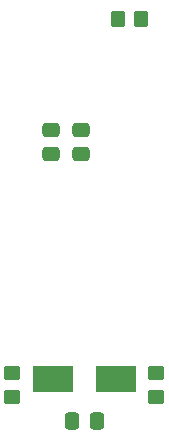
<source format=gbr>
%TF.GenerationSoftware,KiCad,Pcbnew,5.99.0-unknown-64d35ecebc~127~ubuntu20.04.1*%
%TF.CreationDate,2021-05-01T12:49:23+10:00*%
%TF.ProjectId,bm83-featherwing,626d3833-2d66-4656-9174-68657277696e,rev?*%
%TF.SameCoordinates,Original*%
%TF.FileFunction,Paste,Bot*%
%TF.FilePolarity,Positive*%
%FSLAX46Y46*%
G04 Gerber Fmt 4.6, Leading zero omitted, Abs format (unit mm)*
G04 Created by KiCad (PCBNEW 5.99.0-unknown-64d35ecebc~127~ubuntu20.04.1) date 2021-05-01 12:49:23*
%MOMM*%
%LPD*%
G01*
G04 APERTURE LIST*
G04 Aperture macros list*
%AMRoundRect*
0 Rectangle with rounded corners*
0 $1 Rounding radius*
0 $2 $3 $4 $5 $6 $7 $8 $9 X,Y pos of 4 corners*
0 Add a 4 corners polygon primitive as box body*
4,1,4,$2,$3,$4,$5,$6,$7,$8,$9,$2,$3,0*
0 Add four circle primitives for the rounded corners*
1,1,$1+$1,$2,$3*
1,1,$1+$1,$4,$5*
1,1,$1+$1,$6,$7*
1,1,$1+$1,$8,$9*
0 Add four rect primitives between the rounded corners*
20,1,$1+$1,$2,$3,$4,$5,0*
20,1,$1+$1,$4,$5,$6,$7,0*
20,1,$1+$1,$6,$7,$8,$9,0*
20,1,$1+$1,$8,$9,$2,$3,0*%
G04 Aperture macros list end*
%ADD10RoundRect,0.250000X0.337500X0.475000X-0.337500X0.475000X-0.337500X-0.475000X0.337500X-0.475000X0*%
%ADD11RoundRect,0.250000X0.475000X-0.337500X0.475000X0.337500X-0.475000X0.337500X-0.475000X-0.337500X0*%
%ADD12RoundRect,0.250000X-0.350000X-0.450000X0.350000X-0.450000X0.350000X0.450000X-0.350000X0.450000X0*%
%ADD13RoundRect,0.250000X-0.450000X0.350000X-0.450000X-0.350000X0.450000X-0.350000X0.450000X0.350000X0*%
%ADD14RoundRect,0.250000X0.450000X-0.350000X0.450000X0.350000X-0.450000X0.350000X-0.450000X-0.350000X0*%
%ADD15R,3.500000X2.300000*%
G04 APERTURE END LIST*
D10*
%TO.C,C1*%
X147341500Y-121412000D03*
X145266500Y-121412000D03*
%TD*%
D11*
%TO.C,C4*%
X143510000Y-98827500D03*
X143510000Y-96752500D03*
%TD*%
D12*
%TO.C,R3*%
X149114000Y-87376000D03*
X151114000Y-87376000D03*
%TD*%
D13*
%TO.C,R1*%
X152400000Y-117364000D03*
X152400000Y-119364000D03*
%TD*%
D11*
%TO.C,C3*%
X146050000Y-98827500D03*
X146050000Y-96752500D03*
%TD*%
D14*
%TO.C,R2*%
X140192000Y-119380000D03*
X140192000Y-117380000D03*
%TD*%
D15*
%TO.C,D3*%
X149004000Y-117856000D03*
X143604000Y-117856000D03*
%TD*%
M02*

</source>
